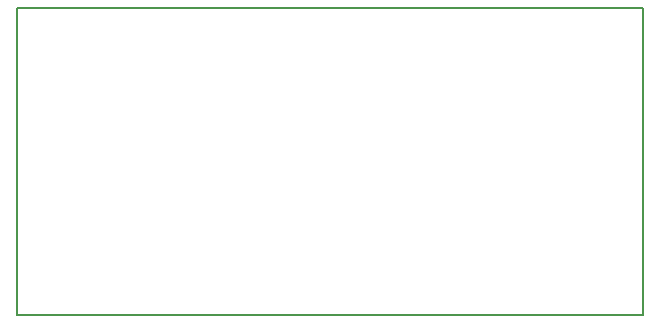
<source format=gm1>
G04 #@! TF.GenerationSoftware,KiCad,Pcbnew,(5.0.2)-1*
G04 #@! TF.CreationDate,2019-01-04T01:39:08+09:00*
G04 #@! TF.ProjectId,sdram,73647261-6d2e-46b6-9963-61645f706362,v1.0*
G04 #@! TF.SameCoordinates,Original*
G04 #@! TF.FileFunction,Profile,NP*
%FSLAX46Y46*%
G04 Gerber Fmt 4.6, Leading zero omitted, Abs format (unit mm)*
G04 Created by KiCad (PCBNEW (5.0.2)-1) date 2019/01/04 1:39:08*
%MOMM*%
%LPD*%
G01*
G04 APERTURE LIST*
%ADD10C,0.150000*%
G04 APERTURE END LIST*
D10*
X170000000Y-29000000D02*
X117000000Y-29000000D01*
X170000000Y-55000000D02*
X170000000Y-29000000D01*
X117000000Y-55000000D02*
X170000000Y-55000000D01*
X117000000Y-29000000D02*
X117000000Y-55000000D01*
M02*

</source>
